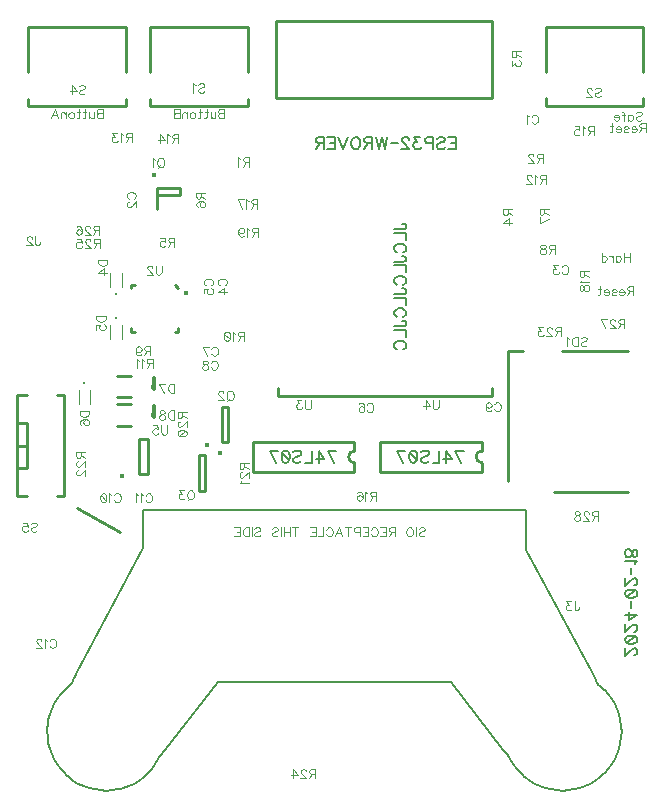
<source format=gbr>
G04 DipTrace 3.3.1.3*
G04 BottomSilk.gbr*
%MOIN*%
G04 #@! TF.FileFunction,Legend,Bot*
G04 #@! TF.Part,Single*
%ADD10C,0.009843*%
%ADD14C,0.007874*%
%ADD17C,0.003937*%
%ADD20C,0.01378*%
%ADD24C,0.015762*%
%ADD32C,0.015396*%
%ADD34C,0.015422*%
%ADD51O,0.016153X0.01536*%
%ADD57C,0.015395*%
%ADD135C,0.004632*%
%ADD136C,0.006176*%
%FSLAX26Y26*%
G04*
G70*
G90*
G75*
G01*
G04 BotSilk*
%LPD*%
X608195Y1361795D2*
D10*
X748935Y1280559D1*
X757139Y2097983D2*
D17*
Y2145224D1*
X717769Y2097983D2*
Y2145224D1*
D14*
X737454Y2074363D3*
X717769Y1970673D2*
D17*
Y1923432D1*
X757139Y1970673D2*
Y1923432D1*
D14*
X737454Y1994293D3*
X612395Y1754535D2*
D17*
Y1707294D1*
X651765Y1754535D2*
Y1707294D1*
D14*
X632080Y1778156D3*
X788596Y1800352D2*
D10*
X741364D1*
X788596Y1729490D2*
X741364D1*
D24*
X861431Y1764921D3*
X788596Y1706603D2*
D10*
X741364D1*
X788596Y1635741D2*
X741364D1*
D24*
X861431Y1671172D3*
X2350337Y768164D2*
D14*
X2344785Y772185D1*
X2343636Y774336D1*
X2341339Y778730D1*
X2333299Y793878D1*
X2323153Y812859D1*
X2105297Y1221191D1*
Y1354154D1*
X2098406D1*
X2035423D1*
X1764923D1*
X1400235D1*
X1063881D1*
X894842D1*
X827839D1*
Y1226708D1*
X607112Y812859D1*
X604432Y807904D1*
X599838Y799114D1*
X596966Y793878D1*
X588926Y778730D1*
X586629Y774336D1*
X585480Y772185D1*
X580694Y768725D1*
X579928Y768164D1*
X565571Y755167D1*
X552553Y740861D1*
X541067Y725340D1*
X531112Y708789D1*
X522880Y691304D1*
X516371Y673071D1*
X511777Y654370D1*
X508905Y635295D1*
X508714Y632584D1*
X507948Y615940D1*
X508905Y596678D1*
X511777Y577603D1*
X516371Y558809D1*
X522880Y540669D1*
X531112Y523184D1*
X541067Y506634D1*
X552553Y491112D1*
X557339Y485970D1*
X565571Y476713D1*
X571505Y471289D1*
X579928Y463809D1*
X595435Y452308D1*
X612090Y442303D1*
X629511Y434075D1*
X647697Y427623D1*
X666458Y422854D1*
X685602Y420049D1*
X704745Y419114D1*
X724080Y420049D1*
X743224Y422854D1*
X753562Y425472D1*
X761985Y427623D1*
X780171Y434075D1*
X797592Y442303D1*
X814247Y452308D1*
X829754Y463809D1*
X837985Y471289D1*
X843920Y476713D1*
X852343Y485970D1*
X856938Y491112D1*
X868424Y506634D1*
X878379Y523184D1*
X881442Y529449D1*
X884887Y533750D1*
X901734Y555162D1*
X1077856Y779385D1*
X1852409D1*
X2028531Y555162D1*
X2043655Y535994D1*
X2045378Y533750D1*
X2048824Y529449D1*
X2051887Y523184D1*
X2061841Y506634D1*
X2073328Y491112D1*
X2086345Y476713D1*
X2092280Y471289D1*
X2098406Y465679D1*
X2100512Y463809D1*
X2116018Y452308D1*
X2132673Y442303D1*
X2150094Y434075D1*
X2168280Y427623D1*
X2187041Y422854D1*
X2206185Y420049D1*
X2225520Y419114D1*
X2244664Y420049D1*
X2263807Y422854D1*
X2282568Y427623D1*
X2300755Y434075D1*
X2318175Y442303D1*
X2334830Y452308D1*
X2350337Y463809D1*
X2358760Y471289D1*
X2364694Y476713D1*
X2366226Y478489D1*
X2377712Y491112D1*
X2389198Y506634D1*
X2399153Y523184D1*
X2407385Y540669D1*
X2413894Y558809D1*
X2418488Y577603D1*
X2421360Y596678D1*
X2422317Y615940D1*
X2421743Y628002D1*
X2421360Y635295D1*
X2418488Y654370D1*
X2413894Y673071D1*
X2407385Y691304D1*
X2399153Y708789D1*
X2389198Y725340D1*
X2377712Y740861D1*
X2366226Y753391D1*
X2364694Y755167D1*
X2350337Y768164D1*
D32*
X863457Y2469305D3*
X872656Y2427033D2*
D10*
X951385D1*
Y2403372D1*
X872656D1*
Y2427033D1*
D34*
X1041495Y1570875D3*
X1091636Y1580076D2*
D10*
Y1698181D1*
X1111322D1*
Y1580076D1*
X1091636D1*
D34*
X1083412Y1545073D3*
X1033270Y1535873D2*
D10*
Y1417768D1*
X1013585D1*
Y1535873D1*
X1033270D1*
X851023Y2813254D2*
Y2963258D1*
X1176048Y2813254D2*
X1176013Y2963258D1*
X851023D2*
X1176048D1*
X851023Y2725748D2*
Y2700739D1*
X1176048D1*
Y2725748D1*
X2169774Y2813812D2*
Y2963816D1*
X2494799Y2813812D2*
X2494764Y2963816D1*
X2169774D2*
X2494799D1*
X2169774Y2726305D2*
Y2701297D1*
X2494799D1*
Y2726305D1*
X444774Y2813265D2*
Y2963269D1*
X769799Y2813265D2*
X769764Y2963269D1*
X444774D2*
X769799D1*
X444774Y2725758D2*
Y2700749D1*
X769799D1*
Y2725758D1*
X564551Y1737324D2*
X539251Y1737370D1*
X407996Y1643616D2*
X439550Y1643570D1*
Y1493582D1*
X407996Y1493628D1*
X439550Y1568576D2*
X407996Y1568622D1*
X408283Y1737324D2*
X407996Y1399874D1*
X564551Y1737324D2*
X564264Y1399874D1*
X439550Y1399828D2*
X407996Y1399874D1*
X439550Y1737324D2*
X407996Y1737370D1*
X564551Y1399828D2*
X539251Y1399874D1*
X2444440Y1885708D2*
X2223290D1*
X2094817D2*
X2043821D1*
Y1451804D1*
X2195830Y1413134D2*
X2442969D1*
X1990743Y2984677D2*
X1272034D1*
Y2728427D1*
X1990743D1*
Y2984677D1*
Y1760053D2*
Y1735053D1*
X1353236Y1734678D1*
X1278240Y1735053D2*
Y1760053D1*
Y1735053D2*
X1372004D1*
X944695Y2093750D2*
X932904Y2105558D1*
X944695Y1948080D2*
X932904D1*
X944695D2*
Y1959888D1*
X787155Y1948080D2*
Y1959888D1*
Y1948080D2*
X798987D1*
X787155Y2105558D2*
Y2093750D1*
Y2105558D2*
X798987D1*
D51*
X972052Y2075836D3*
X1531749Y1480064D2*
D10*
X1193156D1*
X1531749Y1582440D2*
X1193156D1*
Y1480064D2*
Y1582440D1*
X1531749Y1480064D2*
Y1511557D1*
Y1550946D2*
Y1582440D1*
Y1511557D2*
G02X1531749Y1550946I-12J19694D01*
G01*
X1956749Y1480064D2*
X1618156D1*
X1956749Y1582440D2*
X1618156D1*
Y1480064D2*
Y1582440D1*
X1956749Y1480064D2*
Y1511557D1*
Y1550946D2*
Y1582440D1*
Y1511557D2*
G02X1956749Y1550946I-12J19694D01*
G01*
D57*
X758327Y1468561D3*
X812393Y1473824D2*
D10*
Y1591932D1*
X843884Y1473824D2*
Y1591932D1*
X812393D2*
X843884D1*
X812393Y1473824D2*
X843884D1*
X862454Y1795475D2*
D20*
Y1757975D1*
Y1701724D2*
Y1664224D1*
X874954Y2424953D2*
D10*
Y2356203D1*
X2122403Y2664909D2*
D135*
X2123829Y2667760D1*
X2126714Y2670646D1*
X2129566Y2672072D1*
X2135303D1*
X2138188Y2670646D1*
X2141040Y2667760D1*
X2142499Y2664909D1*
X2143925Y2660598D1*
Y2653401D1*
X2142499Y2649124D1*
X2141040Y2646239D1*
X2138188Y2643387D1*
X2135303Y2641928D1*
X2129566D1*
X2126714Y2643387D1*
X2123829Y2646239D1*
X2122403Y2649124D1*
X2113140Y2666301D2*
X2110255Y2667760D1*
X2105944Y2672038D1*
Y2641928D1*
X780654Y2391964D2*
X777802Y2393389D1*
X774917Y2396275D1*
X773491Y2399126D1*
Y2404863D1*
X774917Y2407748D1*
X777802Y2410600D1*
X780654Y2412059D1*
X784965Y2413485D1*
X792161D1*
X796439Y2412059D1*
X799324Y2410600D1*
X802176Y2407748D1*
X803635Y2404863D1*
Y2399126D1*
X802176Y2396274D1*
X799324Y2393389D1*
X796439Y2391963D1*
X780688Y2381241D2*
X779262D1*
X776376Y2379815D1*
X774951Y2378389D1*
X773525Y2375504D1*
Y2369767D1*
X774950Y2366915D1*
X776376Y2365489D1*
X779262Y2364030D1*
X782113D1*
X784998Y2365489D1*
X789276Y2368341D1*
X803635Y2382700D1*
Y2362604D1*
X2223289Y2163342D2*
X2224715Y2166194D1*
X2227600Y2169079D1*
X2230452Y2170505D1*
X2236189D1*
X2239074Y2169079D1*
X2241926Y2166194D1*
X2243385Y2163342D1*
X2244811Y2159031D1*
Y2151835D1*
X2243385Y2147557D1*
X2241926Y2144672D1*
X2239074Y2141820D1*
X2236189Y2140361D1*
X2230452D1*
X2227600Y2141820D1*
X2224715Y2144672D1*
X2223289Y2147557D1*
X2211140Y2170472D2*
X2195388D1*
X2203977Y2158998D1*
X2199666D1*
X2196814Y2157572D1*
X2195388Y2156146D1*
X2193929Y2151835D1*
Y2148983D1*
X2195388Y2144672D1*
X2198240Y2141787D1*
X2202551Y2140361D1*
X2206862D1*
X2211140Y2141787D1*
X2212566Y2143246D1*
X2214025Y2146098D1*
X1083839Y2103771D2*
X1080987Y2105197D1*
X1078102Y2108082D1*
X1076676Y2110934D1*
Y2116671D1*
X1078102Y2119556D1*
X1080987Y2122408D1*
X1083839Y2123867D1*
X1088150Y2125293D1*
X1095346D1*
X1099624Y2123867D1*
X1102509Y2122408D1*
X1105361Y2119556D1*
X1106820Y2116671D1*
Y2110934D1*
X1105361Y2108082D1*
X1102509Y2105197D1*
X1099624Y2103771D1*
X1106820Y2080148D2*
X1076710D1*
X1096772Y2094507D1*
Y2072986D1*
X1037787Y2102815D2*
X1034935Y2104241D1*
X1032050Y2107126D1*
X1030624Y2109978D1*
Y2115715D1*
X1032050Y2118600D1*
X1034935Y2121452D1*
X1037787Y2122911D1*
X1042098Y2124337D1*
X1049294D1*
X1053572Y2122911D1*
X1056457Y2121452D1*
X1059309Y2118600D1*
X1060768Y2115715D1*
Y2109978D1*
X1059309Y2107126D1*
X1056457Y2104241D1*
X1053572Y2102815D1*
X1030657Y2076341D2*
Y2090667D1*
X1043557Y2092093D1*
X1042131Y2090667D1*
X1040672Y2086356D1*
Y2082078D1*
X1042131Y2077767D1*
X1044983Y2074882D1*
X1049294Y2073456D1*
X1052146D1*
X1056457Y2074882D1*
X1059342Y2077767D1*
X1060768Y2082078D1*
Y2086356D1*
X1059342Y2090667D1*
X1057883Y2092093D1*
X1055031Y2093552D1*
X1573427Y1703792D2*
X1574853Y1706644D1*
X1577738Y1709529D1*
X1580590Y1710955D1*
X1586327D1*
X1589212Y1709529D1*
X1592064Y1706644D1*
X1593523Y1703792D1*
X1594949Y1699481D1*
Y1692285D1*
X1593523Y1688007D1*
X1592064Y1685122D1*
X1589212Y1682270D1*
X1586327Y1680811D1*
X1580590D1*
X1577738Y1682270D1*
X1574853Y1685122D1*
X1573427Y1688007D1*
X1546952Y1706644D2*
X1548378Y1709496D1*
X1552689Y1710922D1*
X1555541D1*
X1559852Y1709496D1*
X1562737Y1705185D1*
X1564163Y1698022D1*
Y1690859D1*
X1562737Y1685122D1*
X1559852Y1682237D1*
X1555541Y1680811D1*
X1554115D1*
X1549837Y1682237D1*
X1546952Y1685122D1*
X1545526Y1689433D1*
Y1690859D1*
X1546952Y1695170D1*
X1549837Y1698022D1*
X1554115Y1699448D1*
X1555541D1*
X1559852Y1698022D1*
X1562737Y1695170D1*
X1564163Y1690859D1*
X1055503Y1891304D2*
X1056929Y1894156D1*
X1059814Y1897041D1*
X1062666Y1898467D1*
X1068403D1*
X1071288Y1897041D1*
X1074140Y1894156D1*
X1075599Y1891304D1*
X1077025Y1886993D1*
Y1879797D1*
X1075599Y1875519D1*
X1074140Y1872634D1*
X1071288Y1869782D1*
X1068403Y1868323D1*
X1062666D1*
X1059814Y1869782D1*
X1056929Y1872634D1*
X1055503Y1875519D1*
X1040502Y1868323D2*
X1026143Y1898434D1*
X1046239D1*
X1054250Y1845074D2*
X1055676Y1847926D1*
X1058561Y1850811D1*
X1061413Y1852237D1*
X1067150D1*
X1070035Y1850811D1*
X1072887Y1847926D1*
X1074346Y1845074D1*
X1075772Y1840763D1*
Y1833567D1*
X1074346Y1829289D1*
X1072887Y1826404D1*
X1070035Y1823552D1*
X1067150Y1822093D1*
X1061413D1*
X1058561Y1823552D1*
X1055676Y1826404D1*
X1054250Y1829289D1*
X1037824Y1852204D2*
X1042101Y1850778D1*
X1043560Y1847926D1*
Y1845041D1*
X1042101Y1842189D1*
X1039249Y1840730D1*
X1033512Y1839304D1*
X1029201Y1837878D1*
X1026350Y1834993D1*
X1024924Y1832141D1*
Y1827830D1*
X1026350Y1824978D1*
X1027776Y1823519D1*
X1032087Y1822093D1*
X1037824D1*
X1042101Y1823519D1*
X1043560Y1824978D1*
X1044986Y1827830D1*
Y1832141D1*
X1043560Y1834993D1*
X1040675Y1837878D1*
X1036398Y1839304D1*
X1030661Y1840730D1*
X1027776Y1842189D1*
X1026350Y1845041D1*
Y1847926D1*
X1027776Y1850778D1*
X1032087Y1852204D1*
X1037824D1*
X1998176Y1705882D2*
X1999602Y1708734D1*
X2002487Y1711619D1*
X2005339Y1713045D1*
X2011076D1*
X2013961Y1711619D1*
X2016813Y1708734D1*
X2018272Y1705882D1*
X2019698Y1701571D1*
Y1694375D1*
X2018272Y1690097D1*
X2016813Y1687212D1*
X2013961Y1684361D1*
X2011076Y1682901D1*
X2005339D1*
X2002487Y1684361D1*
X1999602Y1687212D1*
X1998176Y1690097D1*
X1970242Y1702997D2*
X1971701Y1698686D1*
X1974553Y1695801D1*
X1978864Y1694375D1*
X1980290D1*
X1984601Y1695801D1*
X1987453Y1698686D1*
X1988912Y1702997D1*
Y1704423D1*
X1987453Y1708734D1*
X1984601Y1711586D1*
X1980290Y1713012D1*
X1978864D1*
X1974553Y1711586D1*
X1971701Y1708734D1*
X1970242Y1702997D1*
Y1695801D1*
X1971701Y1688638D1*
X1974553Y1684327D1*
X1978864Y1682901D1*
X1981716D1*
X1986027Y1684327D1*
X1987453Y1687212D1*
X730852Y1402999D2*
X732278Y1405851D1*
X735163Y1408736D1*
X738015Y1410162D1*
X743752D1*
X746637Y1408736D1*
X749489Y1405851D1*
X750948Y1402999D1*
X752374Y1398688D1*
Y1391492D1*
X750948Y1387214D1*
X749489Y1384329D1*
X746637Y1381477D1*
X743752Y1380018D1*
X738015D1*
X735163Y1381477D1*
X732278Y1384329D1*
X730852Y1387214D1*
X721588Y1404392D2*
X718703Y1405851D1*
X714392Y1410129D1*
Y1380018D1*
X696507Y1410129D2*
X700818Y1408703D1*
X703703Y1404392D1*
X705129Y1397229D1*
Y1392918D1*
X703703Y1385755D1*
X700818Y1381444D1*
X696507Y1380018D1*
X693655D1*
X689344Y1381444D1*
X686492Y1385755D1*
X685033Y1392918D1*
Y1397229D1*
X686492Y1404392D1*
X689344Y1408703D1*
X693655Y1410129D1*
X696507D1*
X686492Y1404392D2*
X703703Y1385755D1*
X836312Y1402276D2*
X837737Y1405128D1*
X840623Y1408013D1*
X843474Y1409439D1*
X849211D1*
X852097Y1408013D1*
X854948Y1405128D1*
X856408Y1402276D1*
X857833Y1397965D1*
Y1390769D1*
X856408Y1386491D1*
X854948Y1383606D1*
X852097Y1380754D1*
X849211Y1379295D1*
X843474D1*
X840623Y1380754D1*
X837737Y1383606D1*
X836312Y1386491D1*
X827048Y1403669D2*
X824163Y1405128D1*
X819852Y1409406D1*
Y1379295D1*
X810588Y1403669D2*
X807703Y1405128D1*
X803392Y1409406D1*
Y1379295D1*
X515685Y917316D2*
X517111Y920167D1*
X519996Y923053D1*
X522848Y924478D1*
X528585D1*
X531470Y923053D1*
X534322Y920167D1*
X535781Y917316D1*
X537207Y913005D1*
Y905808D1*
X535781Y901531D1*
X534322Y898645D1*
X531470Y895794D1*
X528585Y894334D1*
X522848D1*
X519996Y895794D1*
X517111Y898645D1*
X515685Y901531D1*
X506422Y918708D2*
X503537Y920167D1*
X499226Y924445D1*
Y894334D1*
X488503Y917282D2*
Y918708D1*
X487077Y921593D1*
X485651Y923019D1*
X482766Y924445D1*
X477029D1*
X474177Y923019D1*
X472751Y921593D1*
X471292Y918708D1*
Y915856D1*
X472751Y912971D1*
X475603Y908693D1*
X489962Y894334D1*
X469866D1*
X678393Y2188541D2*
X708537D1*
Y2178493D1*
X707078Y2174181D1*
X704226Y2171296D1*
X701341Y2169870D1*
X697063Y2168445D1*
X689867D1*
X685556Y2169871D1*
X682704Y2171296D1*
X679819Y2174182D1*
X678393Y2178493D1*
Y2188541D1*
X708537Y2144822D2*
X678426D1*
X698489Y2159181D1*
Y2137659D1*
X672060Y2002280D2*
X702204D1*
Y1992232D1*
X700745Y1987921D1*
X697893Y1985036D1*
X695008Y1983610D1*
X690730Y1982184D1*
X683534D1*
X679223Y1983610D1*
X676371Y1985036D1*
X673486Y1987921D1*
X672060Y1992232D1*
Y2002280D1*
X672093Y1955710D2*
Y1970036D1*
X684993Y1971462D1*
X683567Y1970036D1*
X682108Y1965725D1*
Y1961447D1*
X683567Y1957136D1*
X686419Y1954251D1*
X690730Y1952825D1*
X693582D1*
X697893Y1954251D1*
X700778Y1957136D1*
X702204Y1961447D1*
Y1965725D1*
X700778Y1970036D1*
X699319Y1971462D1*
X696467Y1972921D1*
X616825Y1685609D2*
X646969Y1685608D1*
Y1675560D1*
X645510Y1671249D1*
X642658Y1668364D1*
X639773Y1666938D1*
X635495Y1665513D1*
X628299D1*
X623988Y1666938D1*
X621136Y1668364D1*
X618251Y1671250D1*
X616825Y1675561D1*
Y1685609D1*
X621136Y1639038D2*
X618284Y1640464D1*
X616858Y1644775D1*
Y1647627D1*
X618284Y1651938D1*
X622595Y1654823D1*
X629758Y1656249D1*
X636921D1*
X642658Y1654823D1*
X645543Y1651938D1*
X646969Y1647627D1*
Y1646201D1*
X645543Y1641923D1*
X642658Y1639038D1*
X638347Y1637612D1*
X636921D1*
X632610Y1639038D1*
X629758Y1641923D1*
X628332Y1646201D1*
Y1647627D1*
X629758Y1651938D1*
X632610Y1654823D1*
X636921Y1656249D1*
X931226Y1774959D2*
Y1744815D1*
X921178D1*
X916867Y1746275D1*
X913982Y1749126D1*
X912556Y1752012D1*
X911130Y1756289D1*
Y1763485D1*
X912556Y1767797D1*
X913982Y1770648D1*
X916867Y1773533D1*
X921178Y1774959D1*
X931226D1*
X896130Y1744815D2*
X881771Y1774926D1*
X901867D1*
X930235Y1685907D2*
Y1655763D1*
X920187D1*
X915876Y1657222D1*
X912991Y1660074D1*
X911565Y1662959D1*
X910139Y1667237D1*
Y1674433D1*
X911565Y1678744D1*
X912991Y1681596D1*
X915876Y1684481D1*
X920187Y1685907D1*
X930235D1*
X893712Y1685874D2*
X897990Y1684448D1*
X899449Y1681596D1*
Y1678711D1*
X897990Y1675859D1*
X895138Y1674400D1*
X889401Y1672974D1*
X885090Y1671548D1*
X882238Y1668663D1*
X880812Y1665811D1*
Y1661500D1*
X882238Y1658648D1*
X883664Y1657189D1*
X887975Y1655763D1*
X893712D1*
X897990Y1657189D1*
X899449Y1658648D1*
X900875Y1661500D1*
Y1665811D1*
X899449Y1668663D1*
X896564Y1671548D1*
X892286Y1672974D1*
X886549Y1674400D1*
X883664Y1675859D1*
X882238Y1678711D1*
Y1681596D1*
X883664Y1684448D1*
X887975Y1685874D1*
X893712D1*
X468166Y2265990D2*
Y2243042D1*
X469592Y2238731D1*
X471051Y2237305D1*
X473903Y2235846D1*
X476788D1*
X479640Y2237305D1*
X481066Y2238731D1*
X482525Y2243042D1*
Y2245894D1*
X457443Y2258794D2*
Y2260220D1*
X456017Y2263105D1*
X454591Y2264531D1*
X451706Y2265957D1*
X445969D1*
X443117Y2264531D1*
X441691Y2263105D1*
X440232Y2260220D1*
Y2257368D1*
X441691Y2254483D1*
X444543Y2250205D1*
X458902Y2235846D1*
X438806D1*
X2265534Y1049419D2*
Y1026472D1*
X2266960Y1022160D1*
X2268419Y1020735D1*
X2271271Y1019275D1*
X2274156D1*
X2277008Y1020735D1*
X2278434Y1022160D1*
X2279893Y1026472D1*
Y1029323D1*
X2253386Y1049386D2*
X2237634D1*
X2246223Y1037912D1*
X2241912D1*
X2239060Y1036486D1*
X2237634Y1035060D1*
X2236175Y1030749D1*
Y1027897D1*
X2237634Y1023586D1*
X2240486Y1020701D1*
X2244797Y1019275D1*
X2249108D1*
X2253386Y1020701D1*
X2254812Y1022160D1*
X2256271Y1025012D1*
X889669Y2527204D2*
X892521Y2525811D1*
X895406Y2522926D1*
X896832Y2520041D1*
X898291Y2515730D1*
Y2508567D1*
X896832Y2504256D1*
X895406Y2501404D1*
X892521Y2498519D1*
X889669Y2497093D1*
X883932D1*
X881047Y2498519D1*
X878195Y2501404D1*
X876769Y2504256D1*
X875310Y2508567D1*
Y2515730D1*
X876769Y2520041D1*
X878195Y2522926D1*
X881047Y2525811D1*
X883932Y2527204D1*
X889669D1*
X885358Y2502830D2*
X876769Y2494208D1*
X866047Y2521434D2*
X863162Y2522893D1*
X858851Y2527171D1*
Y2497060D1*
X1120308Y1750594D2*
X1123160Y1749201D1*
X1126045Y1746316D1*
X1127471Y1743431D1*
X1128930Y1739120D1*
Y1731957D1*
X1127471Y1727646D1*
X1126045Y1724794D1*
X1123160Y1721909D1*
X1120308Y1720483D1*
X1114571D1*
X1111686Y1721909D1*
X1108834Y1724794D1*
X1107408Y1727646D1*
X1105949Y1731957D1*
Y1739120D1*
X1107408Y1743431D1*
X1108834Y1746316D1*
X1111686Y1749201D1*
X1114571Y1750594D1*
X1120308D1*
X1115997Y1726220D2*
X1107408Y1717598D1*
X1095226Y1743398D2*
Y1744824D1*
X1093800Y1747709D1*
X1092375Y1749135D1*
X1089489Y1750561D1*
X1083752D1*
X1080901Y1749135D1*
X1079475Y1747709D1*
X1078015Y1744824D1*
Y1741972D1*
X1079475Y1739087D1*
X1082327Y1734809D1*
X1096686Y1720450D1*
X1076590D1*
X989235Y1419287D2*
X992087Y1417894D1*
X994972Y1415009D1*
X996398Y1412124D1*
X997857Y1407813D1*
Y1400650D1*
X996398Y1396339D1*
X994972Y1393487D1*
X992087Y1390602D1*
X989235Y1389176D1*
X983498D1*
X980613Y1390602D1*
X977761Y1393487D1*
X976335Y1396339D1*
X974876Y1400650D1*
Y1407813D1*
X976335Y1412124D1*
X977761Y1415009D1*
X980613Y1417894D1*
X983498Y1419287D1*
X989235D1*
X984924Y1394913D2*
X976335Y1386291D1*
X962727Y1419254D2*
X946975D1*
X955564Y1407780D1*
X951253D1*
X948401Y1406354D1*
X946975Y1404928D1*
X945516Y1400617D1*
Y1397765D1*
X946975Y1393454D1*
X949827Y1390569D1*
X954138Y1389143D1*
X958449D1*
X962727Y1390569D1*
X964153Y1392028D1*
X965612Y1394880D1*
X1181153Y2514884D2*
X1168253D1*
X1163942Y2516344D1*
X1162483Y2517769D1*
X1161057Y2520621D1*
Y2523506D1*
X1162483Y2526358D1*
X1163942Y2527817D1*
X1168253Y2529243D1*
X1181153D1*
Y2499099D1*
X1171105Y2514884D2*
X1161057Y2499099D1*
X1151794Y2523473D2*
X1148909Y2524932D1*
X1144598Y2529210D1*
Y2499099D1*
X2159665Y2527277D2*
X2146765D1*
X2142454Y2528736D1*
X2140995Y2530162D1*
X2139569Y2533014D1*
Y2535899D1*
X2140995Y2538751D1*
X2142454Y2540210D1*
X2146765Y2541636D1*
X2159665D1*
Y2511492D1*
X2149617Y2527277D2*
X2139569Y2511492D1*
X2128846Y2534440D2*
Y2535866D1*
X2127420Y2538751D1*
X2125994Y2540177D1*
X2123109Y2541603D1*
X2117372D1*
X2114520Y2540177D1*
X2113094Y2538751D1*
X2111635Y2535866D1*
Y2533014D1*
X2113094Y2530129D1*
X2115946Y2525851D1*
X2130305Y2511492D1*
X2110209D1*
X2070849Y2882566D2*
Y2869667D1*
X2069390Y2865355D1*
X2067964Y2863896D1*
X2065112Y2862470D1*
X2062227D1*
X2059375Y2863896D1*
X2057916Y2865356D1*
X2056490Y2869667D1*
Y2882566D1*
X2086634D1*
X2070849Y2872518D2*
X2086634Y2862470D1*
X2056523Y2850322D2*
Y2834570D1*
X2067997Y2843159D1*
Y2838848D1*
X2069423Y2835996D1*
X2070849Y2834570D1*
X2075160Y2833111D1*
X2078012D1*
X2082323Y2834570D1*
X2085208Y2837422D1*
X2086634Y2841733D1*
Y2846044D1*
X2085208Y2850322D1*
X2083749Y2851748D1*
X2080897Y2853207D1*
X2043055Y2356064D2*
Y2343164D1*
X2041596Y2338853D1*
X2040170Y2337394D1*
X2037318Y2335968D1*
X2034433D1*
X2031581Y2337394D1*
X2030122Y2338853D1*
X2028696Y2343164D1*
Y2356064D1*
X2058840D1*
X2043055Y2346016D2*
X2058840Y2335968D1*
Y2312346D2*
X2028729D1*
X2048792Y2326705D1*
Y2305183D1*
X931636Y2246968D2*
X918736D1*
X914425Y2248428D1*
X912966Y2249853D1*
X911540Y2252705D1*
Y2255590D1*
X912966Y2258442D1*
X914425Y2259901D1*
X918736Y2261327D1*
X931636D1*
Y2231183D1*
X921588Y2246968D2*
X911540Y2231183D1*
X885065Y2261294D2*
X899391D1*
X900817Y2248394D1*
X899391Y2249820D1*
X895080Y2251279D1*
X890802D1*
X886491Y2249820D1*
X883606Y2246968D1*
X882180Y2242657D1*
Y2239805D1*
X883606Y2235494D1*
X886491Y2232609D1*
X890802Y2231183D1*
X895080D1*
X899391Y2232609D1*
X900817Y2234068D1*
X902276Y2236920D1*
X1019517Y2412043D2*
Y2399143D1*
X1018058Y2394832D1*
X1016632Y2393373D1*
X1013780Y2391947D1*
X1010895D1*
X1008043Y2393373D1*
X1006584Y2394832D1*
X1005158Y2399143D1*
Y2412043D1*
X1035302D1*
X1019517Y2401995D2*
X1035302Y2391947D1*
X1009469Y2365472D2*
X1006617Y2366898D1*
X1005191Y2371209D1*
Y2374061D1*
X1006617Y2378372D1*
X1010928Y2381257D1*
X1018091Y2382683D1*
X1025254D1*
X1030991Y2381257D1*
X1033876Y2378372D1*
X1035302Y2374061D1*
Y2372635D1*
X1033876Y2368358D1*
X1030991Y2365472D1*
X1026680Y2364047D1*
X1025254D1*
X1020943Y2365472D1*
X1018091Y2368358D1*
X1016665Y2372635D1*
Y2374061D1*
X1018091Y2378372D1*
X1020943Y2381257D1*
X1025254Y2382683D1*
X2163475Y2358666D2*
Y2345766D1*
X2162016Y2341455D1*
X2160590Y2339996D1*
X2157738Y2338570D1*
X2154853D1*
X2152001Y2339996D1*
X2150542Y2341455D1*
X2149116Y2345766D1*
Y2358666D1*
X2179260D1*
X2163475Y2348618D2*
X2179260Y2338570D1*
Y2323570D2*
X2149149Y2309211D1*
Y2329307D1*
X2200123Y2223166D2*
X2187223D1*
X2182912Y2224625D1*
X2181453Y2226051D1*
X2180027Y2228903D1*
Y2231788D1*
X2181453Y2234640D1*
X2182912Y2236099D1*
X2187223Y2237525D1*
X2200123D1*
Y2207381D1*
X2190075Y2223166D2*
X2180027Y2207381D1*
X2163601Y2237492D2*
X2167879Y2236066D1*
X2169338Y2233214D1*
Y2230329D1*
X2167879Y2227477D1*
X2165027Y2226018D1*
X2159290Y2224592D1*
X2154979Y2223166D1*
X2152127Y2220281D1*
X2150701Y2217429D1*
Y2213118D1*
X2152127Y2210266D1*
X2153553Y2208807D1*
X2157864Y2207381D1*
X2163601D1*
X2167879Y2208807D1*
X2169338Y2210266D1*
X2170764Y2213118D1*
Y2217429D1*
X2169338Y2220281D1*
X2166453Y2223166D1*
X2162175Y2224592D1*
X2156438Y2226018D1*
X2153553Y2227477D1*
X2152127Y2230329D1*
Y2233214D1*
X2153553Y2236066D1*
X2157864Y2237492D1*
X2163601D1*
X851683Y1885276D2*
X838783D1*
X834472Y1886735D1*
X833013Y1888161D1*
X831587Y1891013D1*
Y1893898D1*
X833013Y1896750D1*
X834472Y1898209D1*
X838783Y1899635D1*
X851683D1*
Y1869491D1*
X841635Y1885276D2*
X831587Y1869491D1*
X803653Y1889587D2*
X805112Y1885276D1*
X807964Y1882391D1*
X812275Y1880965D1*
X813701D1*
X818012Y1882391D1*
X820864Y1885276D1*
X822323Y1889587D1*
Y1891013D1*
X820864Y1895324D1*
X818012Y1898176D1*
X813701Y1899601D1*
X812275D1*
X807964Y1898176D1*
X805112Y1895324D1*
X803653Y1889587D1*
Y1882391D1*
X805112Y1875228D1*
X807964Y1870917D1*
X812275Y1869491D1*
X815127D1*
X819438Y1870917D1*
X820864Y1873802D1*
X1162968Y1933731D2*
X1150068D1*
X1145757Y1935190D1*
X1144298Y1936616D1*
X1142872Y1939468D1*
Y1942353D1*
X1144298Y1945205D1*
X1145757Y1946664D1*
X1150068Y1948090D1*
X1162968D1*
Y1917946D1*
X1152920Y1933731D2*
X1142872Y1917946D1*
X1133609Y1942320D2*
X1130723Y1943779D1*
X1126412Y1948057D1*
Y1917946D1*
X1108527Y1948057D2*
X1112838Y1946631D1*
X1115723Y1942320D1*
X1117149Y1935157D1*
Y1930846D1*
X1115723Y1923683D1*
X1112838Y1919372D1*
X1108527Y1917946D1*
X1105675D1*
X1101364Y1919372D1*
X1098512Y1923683D1*
X1097053Y1930846D1*
Y1935157D1*
X1098512Y1942320D1*
X1101364Y1946631D1*
X1105675Y1948057D1*
X1108527D1*
X1098512Y1942320D2*
X1115723Y1923683D1*
X858967Y1843316D2*
X846067D1*
X841756Y1844775D1*
X840297Y1846201D1*
X838871Y1849053D1*
Y1851938D1*
X840297Y1854790D1*
X841756Y1856249D1*
X846067Y1857675D1*
X858967D1*
Y1827531D1*
X848919Y1843316D2*
X838871Y1827531D1*
X829607Y1851905D2*
X826722Y1853364D1*
X822411Y1857642D1*
Y1827531D1*
X813148Y1851905D2*
X810263Y1853364D1*
X805952Y1857642D1*
Y1827531D1*
X2170410Y2457111D2*
X2157510D1*
X2153199Y2458571D1*
X2151740Y2459997D1*
X2150314Y2462848D1*
Y2465733D1*
X2151740Y2468585D1*
X2153199Y2470045D1*
X2157510Y2471470D1*
X2170410D1*
Y2441326D1*
X2160362Y2457111D2*
X2150314Y2441326D1*
X2141051Y2465700D2*
X2138166Y2467159D1*
X2133855Y2471437D1*
Y2441326D1*
X2123132Y2464274D2*
Y2465700D1*
X2121706Y2468585D1*
X2120280Y2470011D1*
X2117395Y2471437D1*
X2111658D1*
X2108806Y2470011D1*
X2107380Y2468585D1*
X2105921Y2465700D1*
Y2462848D1*
X2107380Y2459963D1*
X2110232Y2455685D1*
X2124591Y2441326D1*
X2104495D1*
X789019Y2595819D2*
X776119D1*
X771808Y2597278D1*
X770349Y2598704D1*
X768923Y2601556D1*
Y2604441D1*
X770349Y2607293D1*
X771808Y2608752D1*
X776119Y2610178D1*
X789019D1*
Y2580034D1*
X778971Y2595819D2*
X768923Y2580034D1*
X759660Y2604408D2*
X756775Y2605867D1*
X752464Y2610145D1*
Y2580034D1*
X740315Y2610145D2*
X724563D1*
X733152Y2598671D1*
X728841D1*
X725989Y2597245D1*
X724563Y2595819D1*
X723104Y2591508D1*
Y2588656D1*
X724563Y2584345D1*
X727415Y2581460D1*
X731726Y2580034D1*
X736037D1*
X740315Y2581460D1*
X741741Y2582919D1*
X743200Y2585771D1*
X945370Y2592583D2*
X932470D1*
X928159Y2594042D1*
X926700Y2595468D1*
X925274Y2598320D1*
Y2601205D1*
X926700Y2604057D1*
X928159Y2605516D1*
X932470Y2606942D1*
X945370D1*
Y2576798D1*
X935322Y2592583D2*
X925274Y2576798D1*
X916011Y2601172D2*
X913125Y2602631D1*
X908814Y2606909D1*
Y2576798D1*
X885192D2*
Y2606909D1*
X899551Y2586846D1*
X878029D1*
X2329094Y2618671D2*
X2316194D1*
X2311883Y2620130D1*
X2310424Y2621556D1*
X2308998Y2624408D1*
Y2627293D1*
X2310424Y2630145D1*
X2311883Y2631604D1*
X2316194Y2633030D1*
X2329094D1*
Y2602886D1*
X2319046Y2618671D2*
X2308998Y2602886D1*
X2299735Y2627260D2*
X2296849Y2628719D1*
X2292538Y2632997D1*
Y2602886D1*
X2266064Y2632997D2*
X2280390D1*
X2281816Y2620097D1*
X2280390Y2621523D1*
X2276079Y2622982D1*
X2271801D1*
X2267490Y2621523D1*
X2264605Y2618671D1*
X2263179Y2614360D1*
Y2611508D1*
X2264605Y2607197D1*
X2267490Y2604312D1*
X2271801Y2602886D1*
X2276079D1*
X2280390Y2604312D1*
X2281816Y2605771D1*
X2283275Y2608623D1*
X1604771Y1400638D2*
X1591871D1*
X1587560Y1402097D1*
X1586101Y1403523D1*
X1584675Y1406375D1*
Y1409260D1*
X1586101Y1412112D1*
X1587560Y1413571D1*
X1591871Y1414997D1*
X1604771D1*
Y1384853D1*
X1594723Y1400638D2*
X1584675Y1384853D1*
X1575412Y1409227D2*
X1572527Y1410686D1*
X1568216Y1414964D1*
Y1384853D1*
X1541741Y1410686D2*
X1543167Y1413538D1*
X1547478Y1414964D1*
X1550330D1*
X1554641Y1413538D1*
X1557526Y1409227D1*
X1558952Y1402064D1*
Y1394901D1*
X1557526Y1389164D1*
X1554641Y1386279D1*
X1550330Y1384853D1*
X1548904D1*
X1544626Y1386279D1*
X1541741Y1389164D1*
X1540315Y1393475D1*
Y1394901D1*
X1541741Y1399212D1*
X1544626Y1402064D1*
X1548904Y1403490D1*
X1550330D1*
X1554641Y1402064D1*
X1557526Y1399212D1*
X1558952Y1394901D1*
X1208444Y2374861D2*
X1195545D1*
X1191234Y2376320D1*
X1189774Y2377746D1*
X1188348Y2380598D1*
Y2383483D1*
X1189774Y2386335D1*
X1191234Y2387794D1*
X1195545Y2389220D1*
X1208444D1*
Y2359076D1*
X1198396Y2374861D2*
X1188348Y2359076D1*
X1179085Y2383450D2*
X1176200Y2384909D1*
X1171889Y2389187D1*
Y2359076D1*
X1156888D2*
X1142529Y2389187D1*
X1162625D1*
X2298274Y2149812D2*
Y2136913D1*
X2296815Y2132602D1*
X2295389Y2131142D1*
X2292537Y2129716D1*
X2289652D1*
X2286800Y2131142D1*
X2285341Y2132602D1*
X2283915Y2136913D1*
Y2149812D1*
X2314059D1*
X2298274Y2139764D2*
X2314059Y2129716D1*
X2289685Y2120453D2*
X2288226Y2117568D1*
X2283948Y2113257D1*
X2314059D1*
X2283948Y2096830D2*
X2285374Y2101108D1*
X2288226Y2102567D1*
X2291111D1*
X2293963Y2101108D1*
X2295422Y2098256D1*
X2296848Y2092519D1*
X2298274Y2088208D1*
X2301159Y2085356D1*
X2304011Y2083931D1*
X2308322D1*
X2311174Y2085356D1*
X2312633Y2086782D1*
X2314059Y2091093D1*
Y2096830D1*
X2312633Y2101108D1*
X2311174Y2102567D1*
X2308322Y2103993D1*
X2304011D1*
X2301159Y2102567D1*
X2298274Y2099682D1*
X2296848Y2095404D1*
X2295422Y2089667D1*
X2293963Y2086782D1*
X2291111Y2085356D1*
X2288226D1*
X2285374Y2086782D1*
X2283948Y2091093D1*
Y2096830D1*
X1209506Y2280224D2*
X1196606D1*
X1192295Y2281684D1*
X1190836Y2283110D1*
X1189410Y2285961D1*
Y2288846D1*
X1190836Y2291698D1*
X1192295Y2293158D1*
X1196606Y2294583D1*
X1209506D1*
Y2264439D1*
X1199458Y2280224D2*
X1189410Y2264439D1*
X1180146Y2288813D2*
X1177261Y2290272D1*
X1172950Y2294550D1*
Y2264439D1*
X1145017Y2284535D2*
X1146476Y2280224D1*
X1149328Y2277339D1*
X1153639Y2275913D1*
X1155065D1*
X1159376Y2277339D1*
X1162227Y2280224D1*
X1163687Y2284535D1*
Y2285961D1*
X1162227Y2290272D1*
X1159376Y2293124D1*
X1155065Y2294550D1*
X1153639D1*
X1149328Y2293124D1*
X1146476Y2290272D1*
X1145017Y2284535D1*
Y2277339D1*
X1146476Y2270176D1*
X1149328Y2265865D1*
X1153639Y2264439D1*
X1156491D1*
X1160802Y2265865D1*
X1162227Y2268750D1*
X956598Y1679221D2*
Y1666321D1*
X955139Y1662010D1*
X953713Y1660551D1*
X950861Y1659125D1*
X947976D1*
X945125Y1660551D1*
X943665Y1662010D1*
X942239Y1666321D1*
Y1679221D1*
X972383D1*
X956598Y1669173D2*
X972383Y1659125D1*
X949436Y1648403D2*
X948010D1*
X945125Y1646977D1*
X943699Y1645551D1*
X942273Y1642666D1*
Y1636929D1*
X943699Y1634077D1*
X945125Y1632651D1*
X948010Y1631192D1*
X950862D1*
X953747Y1632651D1*
X958024Y1635503D1*
X972383Y1649862D1*
Y1629766D1*
X942273Y1611880D2*
X943699Y1616191D1*
X948010Y1619076D1*
X955173Y1620502D1*
X959484D1*
X966646Y1619076D1*
X970958Y1616191D1*
X972383Y1611880D1*
Y1609028D1*
X970957Y1604717D1*
X966646Y1601865D1*
X959483Y1600406D1*
X955172D1*
X948010Y1601865D1*
X943699Y1604717D1*
X942273Y1609028D1*
Y1611880D1*
X948010Y1601865D2*
X966646Y1619076D1*
X1163267Y1510274D2*
Y1497374D1*
X1161807Y1493063D1*
X1160382Y1491604D1*
X1157530Y1490178D1*
X1154645D1*
X1151793Y1491604D1*
X1150334Y1493063D1*
X1148908Y1497374D1*
Y1510274D1*
X1179052D1*
X1163267Y1500226D2*
X1179052Y1490178D1*
X1156104Y1479455D2*
X1154678D1*
X1151793Y1478029D1*
X1150367Y1476603D1*
X1148941Y1473718D1*
Y1467981D1*
X1150367Y1465129D1*
X1151793Y1463704D1*
X1154678Y1462244D1*
X1157530D1*
X1160415Y1463703D1*
X1164693Y1466555D1*
X1179052Y1480914D1*
Y1460818D1*
X1154678Y1451555D2*
X1153219Y1448670D1*
X1148941Y1444359D1*
X1179052D1*
X619098Y1546792D2*
Y1533892D1*
X617639Y1529581D1*
X616213Y1528122D1*
X613361Y1526696D1*
X610476D1*
X607625Y1528122D1*
X606165Y1529581D1*
X604739Y1533892D1*
Y1546792D1*
X634883D1*
X619098Y1536744D2*
X634883Y1526696D1*
X611936Y1515973D2*
X610510D1*
X607625Y1514548D1*
X606199Y1513122D1*
X604773Y1510236D1*
Y1504500D1*
X606199Y1501648D1*
X607625Y1500222D1*
X610510Y1498763D1*
X613362D1*
X616247Y1500222D1*
X620524Y1503074D1*
X634883Y1517433D1*
Y1497337D1*
X611936Y1486614D2*
X610510D1*
X607625Y1485188D1*
X606199Y1483762D1*
X604773Y1480877D1*
Y1475140D1*
X606199Y1472288D1*
X607624Y1470862D1*
X610510Y1469403D1*
X613361D1*
X616247Y1470862D1*
X620524Y1473714D1*
X634883Y1488073D1*
Y1467977D1*
X2221202Y1949139D2*
X2208302D1*
X2203991Y1950598D1*
X2202531Y1952024D1*
X2201106Y1954876D1*
Y1957761D1*
X2202531Y1960613D1*
X2203991Y1962072D1*
X2208302Y1963498D1*
X2221202D1*
Y1933354D1*
X2211154Y1949139D2*
X2201106Y1933354D1*
X2190383Y1956302D2*
Y1957728D1*
X2188957Y1960613D1*
X2187531Y1962039D1*
X2184646Y1963465D1*
X2178909D1*
X2176057Y1962039D1*
X2174631Y1960613D1*
X2173172Y1957728D1*
Y1954876D1*
X2174631Y1951991D1*
X2177483Y1947713D1*
X2191842Y1933354D1*
X2171746D1*
X2159597Y1963465D2*
X2143846D1*
X2152434Y1951991D1*
X2148123D1*
X2145271Y1950565D1*
X2143846Y1949139D1*
X2142386Y1944828D1*
Y1941976D1*
X2143846Y1937665D1*
X2146697Y1934780D1*
X2151008Y1933354D1*
X2155319D1*
X2159597Y1934780D1*
X2161023Y1936239D1*
X2162482Y1939091D1*
X1401233Y475316D2*
X1388333D1*
X1384022Y476775D1*
X1382563Y478201D1*
X1381137Y481053D1*
Y483938D1*
X1382563Y486790D1*
X1384022Y488249D1*
X1388333Y489675D1*
X1401233D1*
Y459531D1*
X1391185Y475316D2*
X1381137Y459531D1*
X1370415Y482479D2*
Y483905D1*
X1368989Y486790D1*
X1367563Y488216D1*
X1364678Y489642D1*
X1358941D1*
X1356089Y488216D1*
X1354663Y486790D1*
X1353204Y483905D1*
Y481053D1*
X1354663Y478168D1*
X1357515Y473890D1*
X1371874Y459531D1*
X1351778D1*
X1328155D2*
Y489642D1*
X1342514Y469579D1*
X1320992D1*
X682519Y2243307D2*
X669619D1*
X665308Y2244766D1*
X663849Y2246192D1*
X662423Y2249044D1*
Y2251929D1*
X663849Y2254781D1*
X665308Y2256240D1*
X669619Y2257666D1*
X682519D1*
Y2227522D1*
X672471Y2243307D2*
X662423Y2227522D1*
X651700Y2250470D2*
Y2251896D1*
X650274Y2254781D1*
X648849Y2256207D1*
X645963Y2257633D1*
X640226D1*
X637375Y2256207D1*
X635949Y2254781D1*
X634490Y2251896D1*
Y2249044D1*
X635949Y2246159D1*
X638801Y2241881D1*
X653160Y2227522D1*
X633064D1*
X606589Y2257633D2*
X620915D1*
X622341Y2244733D1*
X620915Y2246159D1*
X616604Y2247618D1*
X612326D1*
X608015Y2246159D1*
X605130Y2243307D1*
X603704Y2238996D1*
Y2236144D1*
X605130Y2231833D1*
X608015Y2228948D1*
X612326Y2227522D1*
X616604D1*
X620915Y2228948D1*
X622341Y2230407D1*
X623800Y2233259D1*
X681790Y2287056D2*
X668890D1*
X664579Y2288516D1*
X663120Y2289942D1*
X661694Y2292793D1*
Y2295679D1*
X663120Y2298530D1*
X664579Y2299990D1*
X668890Y2301415D1*
X681790D1*
Y2271271D1*
X671742Y2287056D2*
X661694Y2271271D1*
X650971Y2294219D2*
Y2295645D1*
X649545Y2298530D1*
X648119Y2299956D1*
X645234Y2301382D1*
X639497D1*
X636645Y2299956D1*
X635219Y2298530D1*
X633760Y2295645D1*
Y2292793D1*
X635219Y2289908D1*
X638071Y2285631D1*
X652430Y2271271D1*
X632334D1*
X605860Y2297104D2*
X607285Y2299956D1*
X611596Y2301382D1*
X614448D1*
X618759Y2299956D1*
X621644Y2295645D1*
X623070Y2288482D1*
Y2281319D1*
X621644Y2275583D1*
X618759Y2272697D1*
X614448Y2271271D1*
X613022D1*
X608745Y2272697D1*
X605860Y2275583D1*
X604434Y2279894D1*
Y2281319D1*
X605860Y2285631D1*
X608745Y2288482D1*
X613022Y2289908D1*
X614448D1*
X618759Y2288482D1*
X621644Y2285631D1*
X623070Y2281319D1*
X2431813Y1975475D2*
X2418913D1*
X2414602Y1976934D1*
X2413143Y1978360D1*
X2411717Y1981212D1*
Y1984097D1*
X2413143Y1986949D1*
X2414602Y1988408D1*
X2418913Y1989834D1*
X2431813D1*
Y1959690D1*
X2421765Y1975475D2*
X2411717Y1959690D1*
X2400994Y1982638D2*
Y1984064D1*
X2399568Y1986949D1*
X2398143Y1988375D1*
X2395257Y1989801D1*
X2389520D1*
X2386669Y1988375D1*
X2385243Y1986949D1*
X2383783Y1984064D1*
Y1981212D1*
X2385243Y1978327D1*
X2388094Y1974049D1*
X2402454Y1959690D1*
X2382358D1*
X2367357D2*
X2352998Y1989801D1*
X2373094D1*
X2343577Y1334832D2*
X2330677D1*
X2326366Y1336291D1*
X2324907Y1337717D1*
X2323481Y1340569D1*
Y1343454D1*
X2324907Y1346306D1*
X2326366Y1347765D1*
X2330677Y1349191D1*
X2343577D1*
Y1319047D1*
X2333529Y1334832D2*
X2323481Y1319047D1*
X2312759Y1341995D2*
Y1343421D1*
X2311333Y1346306D1*
X2309907Y1347732D1*
X2307022Y1349158D1*
X2301285D1*
X2298433Y1347732D1*
X2297007Y1346306D1*
X2295548Y1343421D1*
Y1340569D1*
X2297007Y1337684D1*
X2299859Y1333406D1*
X2314218Y1319047D1*
X2294122D1*
X2277695Y1349158D2*
X2281973Y1347732D1*
X2283432Y1344880D1*
Y1341995D1*
X2281973Y1339143D1*
X2279121Y1337684D1*
X2273384Y1336258D1*
X2269073Y1334832D1*
X2266221Y1331947D1*
X2264795Y1329095D1*
Y1324784D1*
X2266221Y1321932D1*
X2267647Y1320473D1*
X2271958Y1319047D1*
X2277695D1*
X2281973Y1320473D1*
X2283432Y1321932D1*
X2284858Y1324784D1*
Y1329095D1*
X2283432Y1331947D1*
X2280547Y1334832D1*
X2276269Y1336258D1*
X2270532Y1337684D1*
X2267647Y1339143D1*
X2266221Y1341995D1*
Y1344880D1*
X2267647Y1347732D1*
X2271958Y1349158D1*
X2277695D1*
X1011717Y2771614D2*
X1014569Y2774499D1*
X1018880Y2775925D1*
X1024617D1*
X1028928Y2774499D1*
X1031813Y2771614D1*
Y2768762D1*
X1030354Y2765877D1*
X1028928Y2764451D1*
X1026076Y2763025D1*
X1017454Y2760140D1*
X1014569Y2758714D1*
X1013143Y2757255D1*
X1011717Y2754403D1*
Y2750092D1*
X1014569Y2747240D1*
X1018880Y2745781D1*
X1024617D1*
X1028928Y2747240D1*
X1031813Y2750092D1*
X1002454Y2770155D2*
X999569Y2771614D1*
X995258Y2775892D1*
Y2745781D1*
X1098016Y2690564D2*
Y2660420D1*
X1085083D1*
X1080772Y2661879D1*
X1079346Y2663305D1*
X1077920Y2666157D1*
Y2670468D1*
X1079346Y2673353D1*
X1080772Y2674779D1*
X1085083Y2676205D1*
X1080772Y2677664D1*
X1079346Y2679090D1*
X1077920Y2681942D1*
Y2684827D1*
X1079346Y2687679D1*
X1080772Y2689138D1*
X1085083Y2690564D1*
X1098016D1*
Y2676205D2*
X1085083D1*
X1068656Y2680516D2*
Y2666157D1*
X1067231Y2661879D1*
X1064345Y2660420D1*
X1060034D1*
X1057183Y2661879D1*
X1052872Y2666157D1*
Y2680516D2*
Y2660420D1*
X1039297Y2690564D2*
Y2666157D1*
X1037871Y2661879D1*
X1034986Y2660420D1*
X1032134D1*
X1043608Y2680516D2*
X1033560D1*
X1018559Y2690564D2*
Y2666157D1*
X1017133Y2661879D1*
X1014248Y2660420D1*
X1011397D1*
X1022870Y2680516D2*
X1012822D1*
X994970D2*
X997822Y2679090D1*
X1000707Y2676205D1*
X1002133Y2671894D1*
Y2669042D1*
X1000707Y2664731D1*
X997822Y2661879D1*
X994970Y2660420D1*
X990659D1*
X987774Y2661879D1*
X984922Y2664731D1*
X983463Y2669042D1*
Y2671894D1*
X984922Y2676205D1*
X987774Y2679090D1*
X990659Y2680516D1*
X994970D1*
X974199D2*
Y2660420D1*
Y2674779D2*
X969888Y2679090D1*
X967003Y2680516D1*
X962725D1*
X959840Y2679090D1*
X958414Y2674779D1*
Y2660420D1*
X949151Y2690564D2*
Y2660420D1*
X936218D1*
X931907Y2661879D1*
X930481Y2663305D1*
X929055Y2666157D1*
Y2670468D1*
X930481Y2673353D1*
X931907Y2674779D1*
X936218Y2676205D1*
X931907Y2677664D1*
X930481Y2679090D1*
X929055Y2681942D1*
Y2684827D1*
X930481Y2687679D1*
X931907Y2689138D1*
X936218Y2690564D1*
X949151D1*
Y2676205D2*
X936218D1*
X2333991Y2757143D2*
X2336843Y2760028D1*
X2341154Y2761454D1*
X2346891D1*
X2351202Y2760028D1*
X2354087Y2757143D1*
Y2754291D1*
X2352628Y2751406D1*
X2351202Y2749980D1*
X2348350Y2748554D1*
X2339728Y2745669D1*
X2336843Y2744243D1*
X2335417Y2742783D1*
X2333991Y2739932D1*
Y2735621D1*
X2336843Y2732769D1*
X2341154Y2731310D1*
X2346891D1*
X2351202Y2732769D1*
X2354087Y2735621D1*
X2323269Y2754257D2*
Y2755683D1*
X2321843Y2758568D1*
X2320417Y2759994D1*
X2317532Y2761420D1*
X2311795D1*
X2308943Y2759994D1*
X2307517Y2758568D1*
X2306058Y2755683D1*
Y2752831D1*
X2307517Y2749946D1*
X2310369Y2745669D1*
X2324728Y2731310D1*
X2304632D1*
X614777Y2766179D2*
X617628Y2769064D1*
X621939Y2770490D1*
X627676D1*
X631987Y2769064D1*
X634873Y2766179D1*
Y2763327D1*
X633413Y2760442D1*
X631987Y2759016D1*
X629136Y2757590D1*
X620513Y2754705D1*
X617628Y2753279D1*
X616202Y2751820D1*
X614777Y2748968D1*
Y2744657D1*
X617628Y2741805D1*
X621939Y2740346D1*
X627676D1*
X631987Y2741805D1*
X634873Y2744657D1*
X591154Y2740346D2*
Y2770457D1*
X605513Y2750394D1*
X583991D1*
X693209Y2690574D2*
Y2660430D1*
X680276D1*
X675965Y2661889D1*
X674539Y2663315D1*
X673113Y2666167D1*
Y2670478D1*
X674539Y2673363D1*
X675965Y2674789D1*
X680276Y2676215D1*
X675965Y2677674D1*
X674539Y2679100D1*
X673113Y2681952D1*
Y2684837D1*
X674539Y2687689D1*
X675965Y2689148D1*
X680276Y2690574D1*
X693209D1*
Y2676215D2*
X680276D1*
X663850Y2680526D2*
Y2666167D1*
X662424Y2661889D1*
X659539Y2660430D1*
X655228D1*
X652376Y2661889D1*
X648065Y2666167D1*
Y2680526D2*
Y2660430D1*
X634490Y2690574D2*
Y2666167D1*
X633064Y2661889D1*
X630179Y2660430D1*
X627327D1*
X638801Y2680526D2*
X628753D1*
X613753Y2690574D2*
Y2666167D1*
X612327Y2661889D1*
X609442Y2660430D1*
X606590D1*
X618064Y2680526D2*
X608016D1*
X590163D2*
X593015Y2679100D1*
X595900Y2676215D1*
X597326Y2671904D1*
Y2669052D1*
X595900Y2664741D1*
X593015Y2661889D1*
X590163Y2660430D1*
X585852D1*
X582967Y2661889D1*
X580115Y2664741D1*
X578656Y2669052D1*
Y2671904D1*
X580115Y2676215D1*
X582967Y2679100D1*
X585852Y2680526D1*
X590163D1*
X569393D2*
Y2660430D1*
Y2674789D2*
X565082Y2679100D1*
X562196Y2680526D1*
X557919D1*
X555034Y2679100D1*
X553608Y2674789D1*
Y2660430D1*
X521363D2*
X532870Y2690574D1*
X544344Y2660430D1*
X540033Y2670478D2*
X525674D1*
X453410Y1307463D2*
X456262Y1310348D1*
X460573Y1311774D1*
X466310D1*
X470621Y1310348D1*
X473506Y1307463D1*
Y1304611D1*
X472047Y1301726D1*
X470621Y1300300D1*
X467769Y1298874D1*
X459147Y1295989D1*
X456262Y1294563D1*
X454836Y1293104D1*
X453410Y1290252D1*
Y1285941D1*
X456262Y1283089D1*
X460573Y1281630D1*
X466310D1*
X470621Y1283089D1*
X473506Y1285941D1*
X426936Y1311741D2*
X441261D1*
X442687Y1298841D1*
X441261Y1300267D1*
X436950Y1301726D1*
X432672D1*
X428361Y1300267D1*
X425476Y1297415D1*
X424050Y1293104D1*
Y1290252D1*
X425476Y1285941D1*
X428361Y1283056D1*
X432672Y1281630D1*
X436950D1*
X441261Y1283056D1*
X442687Y1284515D1*
X444146Y1287367D1*
X2286415Y1925993D2*
X2289267Y1928878D1*
X2293578Y1930304D1*
X2299315D1*
X2303626Y1928878D1*
X2306511Y1925993D1*
Y1923141D1*
X2305052Y1920256D1*
X2303626Y1918830D1*
X2300774Y1917404D1*
X2292152Y1914519D1*
X2289267Y1913093D1*
X2287841Y1911634D1*
X2286415Y1908782D1*
Y1904471D1*
X2289267Y1901619D1*
X2293578Y1900160D1*
X2299315D1*
X2303626Y1901619D1*
X2306511Y1904471D1*
X2277152Y1930304D2*
Y1900160D1*
X2267104D1*
X2262793Y1901619D1*
X2259908Y1904471D1*
X2258482Y1907356D1*
X2257056Y1911634D1*
Y1918830D1*
X2258482Y1923141D1*
X2259908Y1925993D1*
X2262793Y1928878D1*
X2267104Y1930304D1*
X2277152D1*
X2247792Y1924534D2*
X2244907Y1925993D1*
X2240596Y1930271D1*
Y1900160D1*
X889471Y2168539D2*
Y2147017D1*
X888045Y2142706D1*
X885160Y2139854D1*
X880849Y2138395D1*
X877997D1*
X873686Y2139854D1*
X870801Y2142706D1*
X869375Y2147017D1*
Y2168539D1*
X858652Y2161343D2*
Y2162769D1*
X857226Y2165654D1*
X855800Y2167080D1*
X852915Y2168506D1*
X847178D1*
X844326Y2167080D1*
X842900Y2165654D1*
X841441Y2162769D1*
Y2159917D1*
X842900Y2157032D1*
X845752Y2152754D1*
X860111Y2138395D1*
X840015D1*
X1387181Y1720855D2*
Y1699333D1*
X1385755Y1695022D1*
X1382870Y1692170D1*
X1378558Y1690711D1*
X1375707D1*
X1371396Y1692170D1*
X1368510Y1695022D1*
X1367085Y1699333D1*
Y1720855D1*
X1354936Y1720822D2*
X1339184D1*
X1347773Y1709348D1*
X1343462D1*
X1340610Y1707922D1*
X1339184Y1706496D1*
X1337725Y1702185D1*
Y1699333D1*
X1339184Y1695022D1*
X1342036Y1692137D1*
X1346347Y1690711D1*
X1350658D1*
X1354936Y1692137D1*
X1356362Y1693596D1*
X1357821Y1696448D1*
X1812894Y1720855D2*
Y1699333D1*
X1811468Y1695022D1*
X1808582Y1692170D1*
X1804271Y1690711D1*
X1801420D1*
X1797109Y1692170D1*
X1794223Y1695022D1*
X1792798Y1699333D1*
Y1720855D1*
X1769175Y1690711D2*
Y1720822D1*
X1783534Y1700759D1*
X1762012D1*
X907745Y1635864D2*
Y1614342D1*
X906319Y1610031D1*
X903434Y1607179D1*
X899123Y1605720D1*
X896271D1*
X891960Y1607179D1*
X889075Y1610031D1*
X887649Y1614342D1*
Y1635864D1*
X861174Y1635831D2*
X875500D1*
X876926Y1622931D1*
X875500Y1624357D1*
X871189Y1625816D1*
X866911D1*
X862600Y1624357D1*
X859715Y1621505D1*
X858289Y1617194D1*
Y1614342D1*
X859715Y1610031D1*
X862600Y1607146D1*
X866911Y1605720D1*
X871189D1*
X875500Y1607146D1*
X876926Y1608605D1*
X878385Y1611457D1*
X1887884Y1511782D2*
D136*
X1868739Y1551930D1*
X1895534D1*
X1837242Y1511782D2*
Y1551930D1*
X1856387Y1525179D1*
X1827692D1*
X1815340Y1551974D2*
Y1511782D1*
X1792392D1*
X1753246Y1546226D2*
X1757049Y1550072D1*
X1762797Y1551974D1*
X1770446D1*
X1776194Y1550072D1*
X1780041Y1546226D1*
Y1542423D1*
X1778095Y1538576D1*
X1776194Y1536675D1*
X1772392Y1534774D1*
X1760895Y1530927D1*
X1757049Y1529026D1*
X1755147Y1527080D1*
X1753246Y1523278D1*
Y1517530D1*
X1757049Y1513727D1*
X1762797Y1511782D1*
X1770446D1*
X1776194Y1513727D1*
X1780041Y1517530D1*
X1729399Y1551930D2*
X1735147Y1550028D1*
X1738993Y1544280D1*
X1740895Y1534730D1*
Y1528982D1*
X1738993Y1519431D1*
X1735147Y1513683D1*
X1729399Y1511782D1*
X1725596D1*
X1719848Y1513683D1*
X1716046Y1519431D1*
X1714100Y1528982D1*
Y1534730D1*
X1716046Y1544280D1*
X1719848Y1550028D1*
X1725596Y1551930D1*
X1729399D1*
X1716046Y1544280D2*
X1738993Y1519431D1*
X1694099Y1511782D2*
X1674954Y1551930D1*
X1701749D1*
X1845280Y2597265D2*
X1870129D1*
Y2557073D1*
X1845280D1*
X1870129Y2578120D2*
X1854831D1*
X1806134Y2591517D2*
X1809937Y2595364D1*
X1815685Y2597265D1*
X1823334D1*
X1829082Y2595364D1*
X1832929Y2591517D1*
Y2587715D1*
X1830983Y2583868D1*
X1829082Y2581966D1*
X1825280Y2580065D1*
X1813783Y2576218D1*
X1809937Y2574317D1*
X1808035Y2572372D1*
X1806134Y2568569D1*
Y2562821D1*
X1809937Y2559019D1*
X1815685Y2557073D1*
X1823334D1*
X1829082Y2559019D1*
X1832929Y2562821D1*
X1793783Y2576218D2*
X1776539D1*
X1770835Y2578120D1*
X1768889Y2580065D1*
X1766988Y2583868D1*
Y2589616D1*
X1768889Y2593418D1*
X1770835Y2595364D1*
X1776539Y2597265D1*
X1793783D1*
Y2557073D1*
X1750790Y2597221D2*
X1729787D1*
X1741239Y2581922D1*
X1735491D1*
X1731689Y2580021D1*
X1729787Y2578120D1*
X1727842Y2572372D1*
Y2568569D1*
X1729787Y2562821D1*
X1733590Y2558974D1*
X1739338Y2557073D1*
X1745086D1*
X1750790Y2558974D1*
X1752691Y2560920D1*
X1754637Y2564722D1*
X1713545Y2587670D2*
Y2589572D1*
X1711644Y2593418D1*
X1709743Y2595320D1*
X1705896Y2597221D1*
X1698247D1*
X1694444Y2595320D1*
X1692543Y2593418D1*
X1690597Y2589572D1*
Y2585769D1*
X1692543Y2581922D1*
X1696345Y2576218D1*
X1715491Y2557073D1*
X1688696D1*
X1676345Y2577147D2*
X1654237D1*
X1641885Y2597265D2*
X1632291Y2557073D1*
X1622740Y2597265D1*
X1613189Y2557073D1*
X1603595Y2597265D1*
X1591243Y2578120D2*
X1574043D1*
X1568295Y2580065D1*
X1566350Y2581966D1*
X1564449Y2585769D1*
Y2589616D1*
X1566350Y2593418D1*
X1568295Y2595364D1*
X1574043Y2597265D1*
X1591243D1*
Y2557073D1*
X1577846Y2578120D2*
X1564449Y2557073D1*
X1540601Y2597265D2*
X1544448Y2595364D1*
X1548250Y2591517D1*
X1550196Y2587715D1*
X1552097Y2581966D1*
Y2572372D1*
X1550196Y2566668D1*
X1548250Y2562821D1*
X1544448Y2559019D1*
X1540601Y2557073D1*
X1532952D1*
X1529149Y2559019D1*
X1525302Y2562821D1*
X1523401Y2566668D1*
X1521500Y2572372D1*
Y2581966D1*
X1523401Y2587715D1*
X1525302Y2591517D1*
X1529149Y2595364D1*
X1532952Y2597265D1*
X1540601D1*
X1509149D2*
X1493850Y2557073D1*
X1478551Y2597265D1*
X1441351D2*
X1466200D1*
Y2557073D1*
X1441351D1*
X1466200Y2578120D2*
X1450901D1*
X1428999D2*
X1411799D1*
X1406051Y2580065D1*
X1404106Y2581966D1*
X1402205Y2585769D1*
Y2589616D1*
X1404106Y2593418D1*
X1406051Y2595364D1*
X1411799Y2597265D1*
X1428999D1*
Y2557073D1*
X1415602Y2578120D2*
X1402205Y2557073D1*
X1462884Y1511782D2*
X1443739Y1551930D1*
X1470534D1*
X1412242Y1511782D2*
Y1551930D1*
X1431387Y1525179D1*
X1402692D1*
X1390340Y1551974D2*
Y1511782D1*
X1367392D1*
X1328246Y1546226D2*
X1332049Y1550072D1*
X1337797Y1551974D1*
X1345446D1*
X1351194Y1550072D1*
X1355041Y1546226D1*
Y1542423D1*
X1353095Y1538576D1*
X1351194Y1536675D1*
X1347392Y1534774D1*
X1335895Y1530927D1*
X1332049Y1529026D1*
X1330147Y1527080D1*
X1328246Y1523278D1*
Y1517530D1*
X1332049Y1513727D1*
X1337797Y1511782D1*
X1345446D1*
X1351194Y1513727D1*
X1355041Y1517530D1*
X1304399Y1551930D2*
X1310147Y1550028D1*
X1313993Y1544280D1*
X1315895Y1534730D1*
Y1528982D1*
X1313993Y1519431D1*
X1310147Y1513683D1*
X1304399Y1511782D1*
X1300596D1*
X1294848Y1513683D1*
X1291046Y1519431D1*
X1289100Y1528982D1*
Y1534730D1*
X1291046Y1544280D1*
X1294848Y1550028D1*
X1300596Y1551930D1*
X1304399D1*
X1291046Y1544280D2*
X1313993Y1519431D1*
X1269099Y1511782D2*
X1249954Y1551930D1*
X1276749D1*
X2449389Y2211795D2*
D135*
Y2181651D1*
X2429293Y2211795D2*
Y2181651D1*
X2449389Y2197436D2*
X2429293D1*
X2402818Y2201747D2*
Y2181651D1*
Y2197436D2*
X2405670Y2200321D1*
X2408555Y2201747D1*
X2412833D1*
X2415718Y2200321D1*
X2418570Y2197436D1*
X2420029Y2193125D1*
Y2190273D1*
X2418570Y2185962D1*
X2415718Y2183110D1*
X2412833Y2181651D1*
X2408555D1*
X2405670Y2183110D1*
X2402818Y2185962D1*
X2393555Y2201747D2*
Y2181651D1*
Y2193125D2*
X2392096Y2197436D1*
X2389244Y2200321D1*
X2386359Y2201747D1*
X2382048D1*
X2355573Y2211795D2*
Y2181651D1*
Y2197436D2*
X2358425Y2200321D1*
X2361310Y2201747D1*
X2365621D1*
X2368473Y2200321D1*
X2371358Y2197436D1*
X2372784Y2193125D1*
Y2190273D1*
X2371358Y2185962D1*
X2368473Y2183110D1*
X2365621Y2181651D1*
X2361310D1*
X2358425Y2183110D1*
X2355573Y2185962D1*
X1664369Y2289386D2*
D136*
X1694966D1*
X1700714Y2291287D1*
X1702615Y2293233D1*
X1704561Y2297035D1*
Y2300882D1*
X1702615Y2304685D1*
X1700714Y2306586D1*
X1694966Y2308531D1*
X1691163D1*
X1664369Y2277035D2*
X1704561D1*
Y2254087D1*
X1673919Y2213039D2*
X1670117Y2214941D1*
X1666270Y2218787D1*
X1664369Y2222590D1*
Y2230239D1*
X1666270Y2234086D1*
X1670117Y2237889D1*
X1673919Y2239834D1*
X1679667Y2241735D1*
X1689262D1*
X1694966Y2239834D1*
X1698813Y2237889D1*
X1702615Y2234086D1*
X1704561Y2230239D1*
Y2222590D1*
X1702615Y2218787D1*
X1698813Y2214941D1*
X1694966Y2213039D1*
X1664369Y2181543D2*
X1694966D1*
X1700714Y2183444D1*
X1702615Y2185389D1*
X1704561Y2189192D1*
Y2193039D1*
X1702615Y2196841D1*
X1700714Y2198742D1*
X1694966Y2200688D1*
X1691163D1*
X1664369Y2169191D2*
X1704561D1*
Y2146243D1*
X1673919Y2105196D2*
X1670117Y2107097D1*
X1666270Y2110944D1*
X1664369Y2114747D1*
Y2122396D1*
X1666270Y2126243D1*
X1670117Y2130045D1*
X1673919Y2131991D1*
X1679667Y2133892D1*
X1689262D1*
X1694966Y2131991D1*
X1698813Y2130045D1*
X1702615Y2126243D1*
X1704561Y2122396D1*
Y2114747D1*
X1702615Y2110944D1*
X1698813Y2107097D1*
X1694966Y2105196D1*
X1664369Y2073699D2*
X1694966D1*
X1700714Y2075600D1*
X1702615Y2077546D1*
X1704561Y2081348D1*
Y2085195D1*
X1702615Y2088998D1*
X1700714Y2090899D1*
X1694966Y2092845D1*
X1691163D1*
X1664369Y2061348D2*
X1704561D1*
Y2038400D1*
X1673919Y1997353D2*
X1670117Y1999254D1*
X1666270Y2003101D1*
X1664369Y2006903D1*
Y2014552D1*
X1666270Y2018399D1*
X1670117Y2022202D1*
X1673919Y2024147D1*
X1679667Y2026048D1*
X1689262D1*
X1694966Y2024147D1*
X1698813Y2022202D1*
X1702615Y2018399D1*
X1704561Y2014552D1*
Y2006903D1*
X1702615Y2003101D1*
X1698813Y1999254D1*
X1694966Y1997353D1*
X1664369Y1965856D2*
X1694966D1*
X1700714Y1967757D1*
X1702615Y1969703D1*
X1704561Y1973505D1*
Y1977352D1*
X1702615Y1981154D1*
X1700714Y1983056D1*
X1694966Y1985001D1*
X1691164D1*
X1664369Y1953504D2*
X1704561D1*
Y1930556D1*
X1673919Y1889509D2*
X1670117Y1891411D1*
X1666270Y1895257D1*
X1664369Y1899060D1*
Y1906709D1*
X1666270Y1910556D1*
X1670117Y1914358D1*
X1673919Y1916304D1*
X1679667Y1918205D1*
X1689262D1*
X1694966Y1916304D1*
X1698813Y1914358D1*
X1702615Y1910556D1*
X1704561Y1906709D1*
Y1899060D1*
X1702615Y1895257D1*
X1698813Y1891411D1*
X1694966Y1889509D1*
X2464669Y870786D2*
X2466570D1*
X2470417Y872688D1*
X2472318Y874589D1*
X2474220Y878436D1*
Y886085D1*
X2472318Y889888D1*
X2470417Y891789D1*
X2466570Y893734D1*
X2462768D1*
X2458921Y891789D1*
X2453217Y887986D1*
X2434072Y868841D1*
Y895636D1*
X2474220Y919483D2*
X2472318Y913735D1*
X2466570Y909888D1*
X2457020Y907987D1*
X2451272D1*
X2441721Y909888D1*
X2435973Y913735D1*
X2434072Y919483D1*
Y923286D1*
X2435973Y929034D1*
X2441721Y932836D1*
X2451272Y934782D1*
X2457020D1*
X2466570Y932836D1*
X2472318Y929034D1*
X2474220Y923286D1*
Y919483D1*
X2466570Y932836D2*
X2441721Y909888D1*
X2464669Y949079D2*
X2466570D1*
X2470417Y950980D1*
X2472318Y952881D1*
X2474220Y956728D1*
Y964377D1*
X2472318Y968180D1*
X2470417Y970081D1*
X2466570Y972026D1*
X2462768D1*
X2458921Y970081D1*
X2453217Y966278D1*
X2434072Y947133D1*
Y973928D1*
Y1005425D2*
X2474220D1*
X2447469Y986279D1*
Y1014975D1*
X2454146Y1027326D2*
Y1049434D1*
X2474220Y1073282D2*
X2472318Y1067534D1*
X2466570Y1063687D1*
X2457020Y1061786D1*
X2451272D1*
X2441721Y1063687D1*
X2435973Y1067534D1*
X2434072Y1073282D1*
Y1077084D1*
X2435973Y1082832D1*
X2441721Y1086635D1*
X2451272Y1088580D1*
X2457020D1*
X2466570Y1086635D1*
X2472318Y1082832D1*
X2474220Y1077084D1*
Y1073282D1*
X2466570Y1086635D2*
X2441721Y1063687D1*
X2464669Y1102877D2*
X2466570D1*
X2470417Y1104779D1*
X2472318Y1106680D1*
X2474219Y1110527D1*
Y1118176D1*
X2472318Y1121978D1*
X2470417Y1123880D1*
X2466570Y1125825D1*
X2462768D1*
X2458921Y1123880D1*
X2453217Y1120077D1*
X2434072Y1100932D1*
Y1127726D1*
X2454146Y1140078D2*
Y1162186D1*
X2466570Y1174537D2*
X2468516Y1178384D1*
X2474219Y1184132D1*
X2434072D1*
X2474220Y1206034D2*
X2472318Y1200330D1*
X2468516Y1198384D1*
X2464669D1*
X2460866Y1200330D1*
X2458921Y1204132D1*
X2457020Y1211782D1*
X2455118Y1217530D1*
X2451272Y1221332D1*
X2447469Y1223234D1*
X2441721D1*
X2437919Y1221332D1*
X2435973Y1219431D1*
X2434072Y1213683D1*
Y1206034D1*
X2435973Y1200330D1*
X2437918Y1198384D1*
X2441721Y1196483D1*
X2447469D1*
X2451272Y1198384D1*
X2455118Y1202231D1*
X2457020Y1207935D1*
X2458921Y1215584D1*
X2460866Y1219431D1*
X2464669Y1221332D1*
X2468516D1*
X2472318Y1219431D1*
X2474220Y1213683D1*
Y1206034D1*
X2470130Y2677545D2*
D135*
X2472982Y2680430D1*
X2477293Y2681856D1*
X2483030D1*
X2487341Y2680430D1*
X2490226Y2677545D1*
Y2674693D1*
X2488767Y2671808D1*
X2487341Y2670382D1*
X2484489Y2668956D1*
X2475867Y2666071D1*
X2472982Y2664645D1*
X2471556Y2663186D1*
X2470130Y2660334D1*
Y2656023D1*
X2472982Y2653171D1*
X2477293Y2651712D1*
X2483030D1*
X2487341Y2653171D1*
X2490226Y2656023D1*
X2443655Y2671808D2*
Y2651712D1*
Y2667497D2*
X2446507Y2670382D1*
X2449392Y2671808D1*
X2453670D1*
X2456555Y2670382D1*
X2459407Y2667497D1*
X2460866Y2663186D1*
Y2660334D1*
X2459407Y2656023D1*
X2456555Y2653171D1*
X2453670Y2651712D1*
X2449392D1*
X2446507Y2653171D1*
X2443655Y2656023D1*
X2422918Y2681856D2*
X2425770D1*
X2428655Y2680430D1*
X2430081Y2676119D1*
Y2651712D1*
X2434392Y2671808D2*
X2424344D1*
X2413654Y2663186D2*
X2396443D1*
Y2666071D1*
X2397869Y2668956D1*
X2399295Y2670382D1*
X2402180Y2671808D1*
X2406491D1*
X2409343Y2670382D1*
X2412228Y2667497D1*
X2413654Y2663186D1*
Y2660334D1*
X2412228Y2656023D1*
X2409343Y2653171D1*
X2406491Y2651712D1*
X2402180D1*
X2399295Y2653171D1*
X2396443Y2656023D1*
X2502220Y2628962D2*
X2489320D1*
X2485009Y2630421D1*
X2483550Y2631847D1*
X2482124Y2634699D1*
Y2637584D1*
X2483550Y2640436D1*
X2485009Y2641895D1*
X2489320Y2643321D1*
X2502220D1*
Y2613177D1*
X2492172Y2628962D2*
X2482124Y2613177D1*
X2472861Y2624651D2*
X2455650D1*
Y2627536D1*
X2457076Y2630421D1*
X2458502Y2631847D1*
X2461387Y2633273D1*
X2465698D1*
X2468550Y2631847D1*
X2471435Y2628962D1*
X2472861Y2624651D1*
Y2621799D1*
X2471435Y2617488D1*
X2468550Y2614636D1*
X2465698Y2613177D1*
X2461387D1*
X2458502Y2614636D1*
X2455650Y2617488D1*
X2430601Y2628962D2*
X2432027Y2631847D1*
X2436338Y2633273D1*
X2440649D1*
X2444960Y2631847D1*
X2446386Y2628962D1*
X2444960Y2626110D1*
X2442075Y2624651D1*
X2434912Y2623225D1*
X2432027Y2621799D1*
X2430601Y2618914D1*
Y2617488D1*
X2432027Y2614636D1*
X2436338Y2613177D1*
X2440649D1*
X2444960Y2614636D1*
X2446386Y2617488D1*
X2421338Y2624651D2*
X2404127D1*
Y2627536D1*
X2405553Y2630421D1*
X2406979Y2631847D1*
X2409864Y2633273D1*
X2414175D1*
X2417027Y2631847D1*
X2419912Y2628962D1*
X2421338Y2624651D1*
Y2621799D1*
X2419912Y2617488D1*
X2417027Y2614636D1*
X2414175Y2613177D1*
X2409864D1*
X2406979Y2614636D1*
X2404127Y2617488D1*
X2390552Y2643321D2*
Y2618914D1*
X2389126Y2614636D1*
X2386241Y2613177D1*
X2383389D1*
X2394863Y2633273D2*
X2384815D1*
X2461913Y2085299D2*
X2449013D1*
X2444702Y2086758D1*
X2443243Y2088184D1*
X2441817Y2091036D1*
Y2093921D1*
X2443243Y2096773D1*
X2444702Y2098232D1*
X2449013Y2099658D1*
X2461913D1*
Y2069514D1*
X2451865Y2085299D2*
X2441817Y2069514D1*
X2432554Y2080988D2*
X2415343D1*
Y2083873D1*
X2416769Y2086758D1*
X2418195Y2088184D1*
X2421080Y2089610D1*
X2425391D1*
X2428243Y2088184D1*
X2431128Y2085299D1*
X2432554Y2080988D1*
Y2078136D1*
X2431128Y2073825D1*
X2428243Y2070973D1*
X2425391Y2069514D1*
X2421080D1*
X2418195Y2070973D1*
X2415343Y2073825D1*
X2390294Y2085299D2*
X2391720Y2088184D1*
X2396031Y2089610D1*
X2400342D1*
X2404653Y2088184D1*
X2406079Y2085299D1*
X2404653Y2082447D1*
X2401768Y2080988D1*
X2394605Y2079562D1*
X2391720Y2078136D1*
X2390294Y2075251D1*
Y2073825D1*
X2391720Y2070973D1*
X2396031Y2069514D1*
X2400342D1*
X2404653Y2070973D1*
X2406079Y2073825D1*
X2381031Y2080988D2*
X2363820D1*
Y2083873D1*
X2365246Y2086758D1*
X2366672Y2088184D1*
X2369557Y2089610D1*
X2373868D1*
X2376720Y2088184D1*
X2379605Y2085299D1*
X2381031Y2080988D1*
Y2078136D1*
X2379605Y2073825D1*
X2376720Y2070973D1*
X2373868Y2069514D1*
X2369557D1*
X2366672Y2070973D1*
X2363820Y2073825D1*
X2350245Y2099658D2*
Y2075251D1*
X2348819Y2070973D1*
X2345934Y2069514D1*
X2343082D1*
X2354556Y2089610D2*
X2344508D1*
X1746303Y1291700D2*
X1749155Y1294585D1*
X1753466Y1296011D1*
X1759203D1*
X1763514Y1294585D1*
X1766399Y1291700D1*
Y1288848D1*
X1764940Y1285963D1*
X1763514Y1284537D1*
X1760662Y1283111D1*
X1752040Y1280226D1*
X1749155Y1278800D1*
X1747729Y1277341D1*
X1746303Y1274489D1*
Y1270178D1*
X1749155Y1267326D1*
X1753466Y1265867D1*
X1759203D1*
X1763514Y1267326D1*
X1766399Y1270178D1*
X1737040Y1296011D2*
Y1265867D1*
X1719154Y1296011D2*
X1722039Y1294585D1*
X1724891Y1291700D1*
X1726350Y1288848D1*
X1727776Y1284537D1*
Y1277341D1*
X1726350Y1273063D1*
X1724891Y1270178D1*
X1722039Y1267326D1*
X1719154Y1265867D1*
X1713417D1*
X1710565Y1267326D1*
X1707680Y1270178D1*
X1706254Y1273063D1*
X1704828Y1277341D1*
Y1284537D1*
X1706254Y1288848D1*
X1707680Y1291700D1*
X1710565Y1294585D1*
X1713417Y1296011D1*
X1719154D1*
X1666404Y1281652D2*
X1653504D1*
X1649193Y1283111D1*
X1647734Y1284537D1*
X1646308Y1287389D1*
Y1290274D1*
X1647734Y1293126D1*
X1649193Y1294585D1*
X1653504Y1296011D1*
X1666404D1*
Y1265867D1*
X1656356Y1281652D2*
X1646308Y1265867D1*
X1618408Y1296011D2*
X1637044D1*
Y1265867D1*
X1618408D1*
X1637044Y1281652D2*
X1625570D1*
X1587622Y1288848D2*
X1589048Y1291700D1*
X1591933Y1294585D1*
X1594785Y1296011D1*
X1600522D1*
X1603407Y1294585D1*
X1606259Y1291700D1*
X1607718Y1288848D1*
X1609144Y1284537D1*
Y1277341D1*
X1607718Y1273063D1*
X1606259Y1270178D1*
X1603407Y1267326D1*
X1600522Y1265867D1*
X1594785D1*
X1591933Y1267326D1*
X1589048Y1270178D1*
X1587622Y1273063D1*
X1559722Y1296011D2*
X1578359D1*
Y1265867D1*
X1559722D1*
X1578359Y1281652D2*
X1566885D1*
X1550458Y1280226D2*
X1537525D1*
X1533247Y1281652D1*
X1531788Y1283111D1*
X1530362Y1285963D1*
Y1290274D1*
X1531788Y1293126D1*
X1533247Y1294585D1*
X1537525Y1296011D1*
X1550458D1*
Y1265867D1*
X1511051Y1296011D2*
Y1265867D1*
X1521099Y1296011D2*
X1501003D1*
X1468758Y1265867D2*
X1480265Y1296011D1*
X1491739Y1265867D1*
X1487428Y1275915D2*
X1473069D1*
X1437972Y1288848D2*
X1439398Y1291700D1*
X1442283Y1294585D1*
X1445135Y1296011D1*
X1450872D1*
X1453757Y1294585D1*
X1456609Y1291700D1*
X1458068Y1288848D1*
X1459494Y1284537D1*
Y1277341D1*
X1458068Y1273063D1*
X1456609Y1270178D1*
X1453757Y1267326D1*
X1450872Y1265867D1*
X1445135D1*
X1442283Y1267326D1*
X1439398Y1270178D1*
X1437972Y1273063D1*
X1428709Y1296011D2*
Y1265867D1*
X1411498D1*
X1383597Y1296011D2*
X1402234D1*
Y1265867D1*
X1383597D1*
X1402234Y1281652D2*
X1390760D1*
X1335125Y1296011D2*
Y1265867D1*
X1345173Y1296011D2*
X1325077D1*
X1315814D2*
Y1265867D1*
X1295718Y1296011D2*
Y1265867D1*
X1315814Y1281652D2*
X1295718D1*
X1286454Y1296011D2*
Y1265867D1*
X1257095Y1291700D2*
X1259947Y1294585D1*
X1264258Y1296011D1*
X1269995D1*
X1274306Y1294585D1*
X1277191Y1291700D1*
Y1288848D1*
X1275732Y1285963D1*
X1274306Y1284537D1*
X1271454Y1283111D1*
X1262832Y1280226D1*
X1259947Y1278800D1*
X1258521Y1277341D1*
X1257095Y1274489D1*
Y1270178D1*
X1259947Y1267326D1*
X1264258Y1265867D1*
X1269995D1*
X1274306Y1267326D1*
X1277191Y1270178D1*
X1198575Y1291700D2*
X1201426Y1294585D1*
X1205738Y1296011D1*
X1211474D1*
X1215786Y1294585D1*
X1218671Y1291700D1*
Y1288848D1*
X1217211Y1285963D1*
X1215786Y1284537D1*
X1212934Y1283111D1*
X1204312Y1280226D1*
X1201426Y1278800D1*
X1200001Y1277341D1*
X1198575Y1274489D1*
Y1270178D1*
X1201426Y1267326D1*
X1205738Y1265867D1*
X1211474D1*
X1215786Y1267326D1*
X1218671Y1270178D1*
X1189311Y1296011D2*
Y1265867D1*
X1180047Y1296011D2*
Y1265867D1*
X1169999D1*
X1165688Y1267326D1*
X1162803Y1270178D1*
X1161377Y1273063D1*
X1159951Y1277341D1*
Y1284537D1*
X1161377Y1288848D1*
X1162803Y1291700D1*
X1165688Y1294585D1*
X1169999Y1296011D1*
X1180047D1*
X1132051D2*
X1150688D1*
Y1265867D1*
X1132051D1*
X1150688Y1281652D2*
X1139214D1*
M02*

</source>
